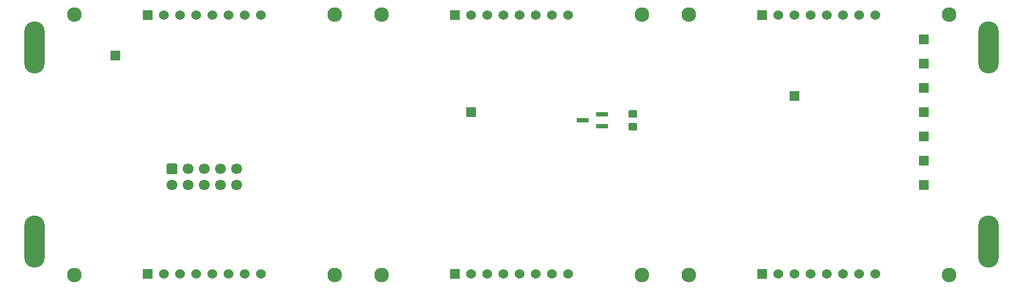
<source format=gbs>
G04 #@! TF.GenerationSoftware,KiCad,Pcbnew,(5.1.9)-1*
G04 #@! TF.CreationDate,2021-04-11T14:47:47+02:00*
G04 #@! TF.ProjectId,Sunrise clock display board,53756e72-6973-4652-9063-6c6f636b2064,V1.0*
G04 #@! TF.SameCoordinates,Original*
G04 #@! TF.FileFunction,Soldermask,Bot*
G04 #@! TF.FilePolarity,Negative*
%FSLAX46Y46*%
G04 Gerber Fmt 4.6, Leading zero omitted, Abs format (unit mm)*
G04 Created by KiCad (PCBNEW (5.1.9)-1) date 2021-04-11 14:47:47*
%MOMM*%
%LPD*%
G01*
G04 APERTURE LIST*
%ADD10O,3.200000X8.200000*%
%ADD11R,1.500000X1.500000*%
%ADD12C,1.700000*%
%ADD13C,2.300000*%
%ADD14C,1.524000*%
%ADD15R,1.524000X1.524000*%
%ADD16R,1.900000X0.800000*%
G04 APERTURE END LIST*
D10*
X226060000Y-109220000D03*
X76200000Y-109220000D03*
X226060000Y-78740000D03*
X76200000Y-78740000D03*
D11*
X215900000Y-100330000D03*
X215900000Y-96520000D03*
X215900000Y-88900000D03*
X215900000Y-92710000D03*
X215900000Y-85090000D03*
X215900000Y-81280000D03*
X195580000Y-86360000D03*
X144780000Y-88900000D03*
X88900000Y-80010000D03*
X215900000Y-77470000D03*
D12*
X107950000Y-100330000D03*
X105410000Y-100330000D03*
X102870000Y-100330000D03*
X100330000Y-100330000D03*
X97790000Y-100330000D03*
X107950000Y-97790000D03*
X105410000Y-97790000D03*
X102870000Y-97790000D03*
X100330000Y-97790000D03*
G36*
G01*
X97190000Y-96940000D02*
X98390000Y-96940000D01*
G75*
G02*
X98640000Y-97190000I0J-250000D01*
G01*
X98640000Y-98390000D01*
G75*
G02*
X98390000Y-98640000I-250000J0D01*
G01*
X97190000Y-98640000D01*
G75*
G02*
X96940000Y-98390000I0J250000D01*
G01*
X96940000Y-97190000D01*
G75*
G02*
X97190000Y-96940000I250000J0D01*
G01*
G37*
D13*
X178940000Y-114430000D03*
X219840000Y-114430000D03*
X219840000Y-73530000D03*
X178940000Y-73530000D03*
D14*
X205740000Y-114300000D03*
X208280000Y-114300000D03*
X203200000Y-114300000D03*
D15*
X190500000Y-114300000D03*
D14*
X200660000Y-114300000D03*
X198120000Y-114300000D03*
X193040000Y-114300000D03*
X195580000Y-114300000D03*
X208280000Y-73660000D03*
X205740000Y-73660000D03*
X203200000Y-73660000D03*
X200660000Y-73660000D03*
X198120000Y-73660000D03*
X195580000Y-73660000D03*
X193040000Y-73660000D03*
D15*
X190500000Y-73660000D03*
D13*
X130680000Y-114430000D03*
X171580000Y-114430000D03*
X171580000Y-73530000D03*
X130680000Y-73530000D03*
D14*
X157480000Y-114300000D03*
X160020000Y-114300000D03*
X154940000Y-114300000D03*
D15*
X142240000Y-114300000D03*
D14*
X152400000Y-114300000D03*
X149860000Y-114300000D03*
X144780000Y-114300000D03*
X147320000Y-114300000D03*
X160020000Y-73660000D03*
X157480000Y-73660000D03*
X154940000Y-73660000D03*
X152400000Y-73660000D03*
X149860000Y-73660000D03*
X147320000Y-73660000D03*
X144780000Y-73660000D03*
D15*
X142240000Y-73660000D03*
D13*
X82420000Y-114430000D03*
X123320000Y-114430000D03*
X123320000Y-73530000D03*
X82420000Y-73530000D03*
D14*
X109220000Y-114300000D03*
X111760000Y-114300000D03*
X106680000Y-114300000D03*
D15*
X93980000Y-114300000D03*
D14*
X104140000Y-114300000D03*
X101600000Y-114300000D03*
X96520000Y-114300000D03*
X99060000Y-114300000D03*
X111760000Y-73660000D03*
X109220000Y-73660000D03*
X106680000Y-73660000D03*
X104140000Y-73660000D03*
X101600000Y-73660000D03*
X99060000Y-73660000D03*
X96520000Y-73660000D03*
D15*
X93980000Y-73660000D03*
G36*
G01*
X169729999Y-90570000D02*
X170630001Y-90570000D01*
G75*
G02*
X170880000Y-90819999I0J-249999D01*
G01*
X170880000Y-91520001D01*
G75*
G02*
X170630001Y-91770000I-249999J0D01*
G01*
X169729999Y-91770000D01*
G75*
G02*
X169480000Y-91520001I0J249999D01*
G01*
X169480000Y-90819999D01*
G75*
G02*
X169729999Y-90570000I249999J0D01*
G01*
G37*
G36*
G01*
X169729999Y-88570000D02*
X170630001Y-88570000D01*
G75*
G02*
X170880000Y-88819999I0J-249999D01*
G01*
X170880000Y-89520001D01*
G75*
G02*
X170630001Y-89770000I-249999J0D01*
G01*
X169729999Y-89770000D01*
G75*
G02*
X169480000Y-89520001I0J249999D01*
G01*
X169480000Y-88819999D01*
G75*
G02*
X169729999Y-88570000I249999J0D01*
G01*
G37*
D16*
X162330000Y-90170000D03*
X165330000Y-91120000D03*
X165330000Y-89220000D03*
M02*

</source>
